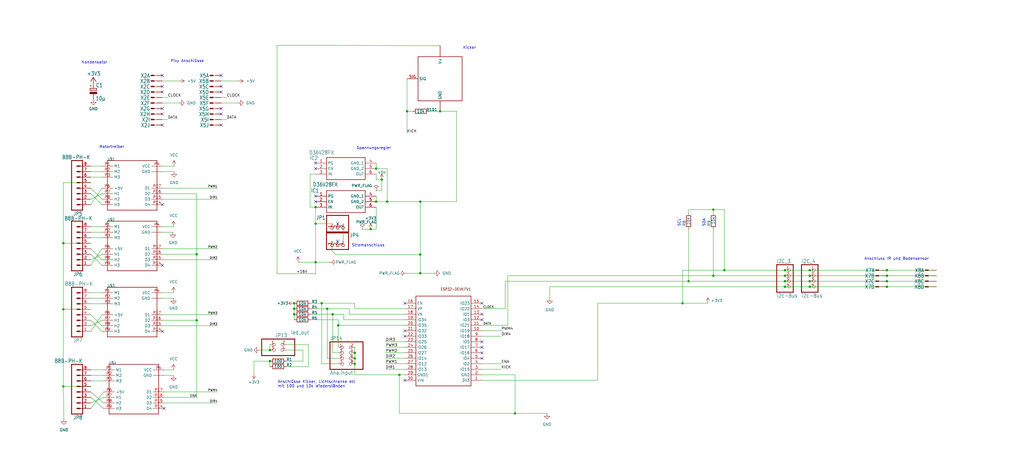
<source format=kicad_sch>
(kicad_sch (version 20230121) (generator eeschema)
  (paper "User" 472.161 217.195)
  (lib_symbols
    (symbol "24/2_1"
      (property "Reference" "U$4" (at -10.16 10.16 0))
      (symbol "24/2_1_1_0"
        (pin bidirectional line (at -12.7 7.62 0) (length 5.08) (name "M1") (number "P1"))
        (pin bidirectional line (at 15.24 -10.16 180) (length 5.08) (name "D4") (number "P14"))
        (pin bidirectional line (at 15.24 -7.62 180) (length 5.08) (name "D3") (number "P15"))
        (pin bidirectional line (at 15.24 -5.08 180) (length 5.08) (name "D2") (number "P16"))
        (pin bidirectional line (at 15.24 -2.54 180) (length 5.08) (name "D1") (number "P17"))
        (pin bidirectional line (at -12.7 5.08 0) (length 5.08) (name "M2") (number "P2"))
        (pin bidirectional line (at -12.7 2.54 0) (length 5.08) (name "M3") (number "P3"))
        (pin input line (at 15.24 7.62 180) (length 5.08) (name "VCC") (number "P4"))
        (pin input line (at 15.24 5.08 180) (length 5.08) (name "GND") (number "P5"))
        (pin bidirectional line (at -12.7 -2.54 0) (length 5.08) (name "+5V") (number "P6"))
        (pin bidirectional line (at -12.7 -5.08 0) (length 5.08) (name "H1") (number "P7"))
        (pin bidirectional line (at -12.7 -7.62 0) (length 5.08) (name "H2") (number "P8"))
        (pin bidirectional line (at -12.7 -10.16 0) (length 5.08) (name "H3") (number "P9"))
      )
    )
    (symbol "24/2_2"
      (property "Reference" "U$3" (at -10.16 10.16 0))
      (symbol "24/2_2_1_0"
        (pin bidirectional line (at -12.7 7.62 0) (length 5.08) (name "M1") (number "P1"))
        (pin bidirectional line (at 15.24 -10.16 180) (length 5.08) (name "D4") (number "P14"))
        (pin bidirectional line (at 15.24 -7.62 180) (length 5.08) (name "D3") (number "P15"))
        (pin bidirectional line (at 15.24 -5.08 180) (length 5.08) (name "D2") (number "P16"))
        (pin bidirectional line (at 15.24 -2.54 180) (length 5.08) (name "D1") (number "P17"))
        (pin bidirectional line (at -12.7 5.08 0) (length 5.08) (name "M2") (number "P2"))
        (pin bidirectional line (at -12.7 2.54 0) (length 5.08) (name "M3") (number "P3"))
        (pin input line (at 15.24 7.62 180) (length 5.08) (name "VCC") (number "P4"))
        (pin input line (at 15.24 5.08 180) (length 5.08) (name "GND") (number "P5"))
        (pin bidirectional line (at -12.7 -2.54 0) (length 5.08) (name "+5V") (number "P6"))
        (pin bidirectional line (at -12.7 -5.08 0) (length 5.08) (name "H1") (number "P7"))
        (pin bidirectional line (at -12.7 -7.62 0) (length 5.08) (name "H2") (number "P8"))
        (pin bidirectional line (at -12.7 -10.16 0) (length 5.08) (name "H3") (number "P9"))
      )
    )
    (symbol "24/2_3"
      (property "Reference" "U$2" (at -10.16 10.16 0))
      (symbol "24/2_3_1_0"
        (pin bidirectional line (at -12.7 7.62 0) (length 5.08) (name "M1") (number "P1"))
        (pin bidirectional line (at 15.24 -10.16 180) (length 5.08) (name "D4") (number "P14"))
        (pin bidirectional line (at 15.24 -7.62 180) (length 5.08) (name "D3") (number "P15"))
        (pin bidirectional line (at 15.24 -5.08 180) (length 5.08) (name "D2") (number "P16"))
        (pin bidirectional line (at 15.24 -2.54 180) (length 5.08) (name "D1") (number "P17"))
        (pin bidirectional line (at -12.7 5.08 0) (length 5.08) (name "M2") (number "P2"))
        (pin bidirectional line (at -12.7 2.54 0) (length 5.08) (name "M3") (number "P3"))
        (pin input line (at 15.24 7.62 180) (length 5.08) (name "VCC") (number "P4"))
        (pin input line (at 15.24 5.08 180) (length 5.08) (name "GND") (number "P5"))
        (pin bidirectional line (at -12.7 -2.54 0) (length 5.08) (name "+5V") (number "P6"))
        (pin bidirectional line (at -12.7 -5.08 0) (length 5.08) (name "H1") (number "P7"))
        (pin bidirectional line (at -12.7 -7.62 0) (length 5.08) (name "H2") (number "P8"))
        (pin bidirectional line (at -12.7 -10.16 0) (length 5.08) (name "H3") (number "P9"))
      )
    )
    (symbol "D36V28FX_1"
      (property "Reference" "IC2" (at -2.794 2.286 0))
      (property "Value" "D36V28FX" (at -3.048 4.826 0))
      (symbol "D36V28FX_1_1_0"
        (pin bidirectional line (at 0 0 0) (length 5.08) (name "PG") (number "1"))
        (pin bidirectional line (at 0 -2.54 0) (length 5.08) (name "EN") (number "2"))
        (pin input line (at 0 -5.08 0) (length 5.08) (name "IN") (number "3"))
        (pin input line (at 27.94 0 180) (length 5.08) (name "GND_1") (number "4"))
        (pin input line (at 27.94 -2.54 180) (length 5.08) (name "GND_2") (number "5"))
        (pin passive line (at 27.94 -5.08 180) (length 5.08) (name "OUT") (number "6"))
      )
    )
    (symbol "Device:R" (pin_numbers hide) (pin_names (offset 0))
      (property "Reference" "R" (at 2.032 0 90))
      (property "Value" "R" (at 0 0 90))
      (symbol "R_1_1"
        (pin passive line (at 0 3.81 270) (length 1.27) (name "~") (number "1"))
        (pin passive line (at 0 -3.81 90) (length 1.27) (name "~") (number "2"))
      )
    )
    (symbol "GND_1" (power) (pin_names (offset 0))
      (property "Value" "GND_1" (at 0 -3.81 0))
      (symbol "GND_1_1_1"
        (pin power_in line (at 0 0 270) (length 0) hide (name "GND") (number "1"))
      )
    )
    (symbol "Lightweight_2022_04-eagle-import:+3V3" (power)
      (property "Value" "+3V3" (at -2.54 -5.08 90))
      (symbol "+3V3_1_0"
        (pin power_in line (at 0 -2.54 90) (length 2.54) (name "+3V3") (number "1"))
      )
    )
    (symbol "Lightweight_2022_04-eagle-import:CPOL-EUE2,5-6E"
      (property "Reference" "C" (at 1.143 0.4826 0))
      (property "Value" "CPOL-EUE2,5-6E" (at 1.143 -4.5974 0))
      (symbol "CPOL-EUE2,5-6E_1_0"
        (text "+" (at -0.5842 0.4064 900) (effects (font (size 1.27 1.0795)) (justify left bottom)))
        (pin passive line (at 0 2.54 270) (length 2.54) (name "+") (number "+"))
        (pin passive line (at 0 -5.08 90) (length 2.54) (name "-") (number "-"))
      )
    )
    (symbol "Lightweight_2022_04-eagle-import:D36V28FX"
      (property "Reference" "IC1" (at -2.286 2.54 0))
      (property "Value" "D36V28FX" (at -1.27 5.334 0))
      (symbol "D36V28FX_1_0"
        (pin bidirectional line (at 0 0 0) (length 5.08) (name "PG") (number "1"))
        (pin bidirectional line (at 0 -2.54 0) (length 5.08) (name "EN") (number "2"))
        (pin input line (at 0 -5.08 0) (length 5.08) (name "IN") (number "3"))
        (pin input line (at 27.94 0 180) (length 5.08) (name "GND_1") (number "4"))
        (pin input line (at 27.94 -2.54 180) (length 5.08) (name "GND_2") (number "5"))
        (pin passive line (at 27.94 -5.08 180) (length 5.08) (name "OUT") (number "6"))
      )
    )
    (symbol "Lightweight_2022_04-eagle-import:ESP32DEVKITV1"
      (symbol "ESP32DEVKITV1_1_0"
        (text "ESP32-DEVKITV1" (at 18.4 -12.7 900) (effects (font (size 1.27 1.0795)) (justify left bottom)))
        (pin input line (at -22.86 -17.78 90) (length 5.08) (name "3V3") (number "1"))
        (pin output line (at 0 -17.78 90) (length 5.08) (name "IO19") (number "10"))
        (pin bidirectional line (at 2.54 -17.78 90) (length 5.08) (name "IO21") (number "11"))
        (pin bidirectional line (at 5.08 -17.78 90) (length 5.08) (name "IO3") (number "12"))
        (pin bidirectional line (at 7.62 -17.78 90) (length 5.08) (name "IO1") (number "13"))
        (pin bidirectional line (at 10.16 -17.78 90) (length 5.08) (name "IO22") (number "14"))
        (pin bidirectional line (at 12.7 -17.78 90) (length 5.08) (name "IO23") (number "15"))
        (pin bidirectional line (at 12.7 17.78 270) (length 5.08) (name "EN") (number "16"))
        (pin bidirectional line (at 10.16 17.78 270) (length 5.08) (name "VP") (number "17"))
        (pin bidirectional line (at 7.62 17.78 270) (length 5.08) (name "VN") (number "18"))
        (pin bidirectional line (at 5.08 17.78 270) (length 5.08) (name "IO34") (number "19"))
        (pin input line (at -20.32 -17.78 90) (length 5.08) (name "GND") (number "2"))
        (pin bidirectional line (at 2.54 17.78 270) (length 5.08) (name "IO35") (number "20"))
        (pin bidirectional line (at 0 17.78 270) (length 5.08) (name "IO32") (number "21"))
        (pin bidirectional line (at -2.54 17.78 270) (length 5.08) (name "IO33") (number "22"))
        (pin output line (at -5.08 17.78 270) (length 5.08) (name "IO25") (number "23"))
        (pin output line (at -7.62 17.78 270) (length 5.08) (name "IO26") (number "24"))
        (pin output line (at -10.16 17.78 270) (length 5.08) (name "IO27") (number "25"))
        (pin output line (at -12.7 17.78 270) (length 5.08) (name "IO14") (number "26"))
        (pin output line (at -15.24 17.78 270) (length 5.08) (name "IO12") (number "27"))
        (pin output line (at -17.78 17.78 270) (length 5.08) (name "IO13") (number "28"))
        (pin input line (at -20.32 17.78 270) (length 5.08) (name "GND1") (number "29"))
        (pin output line (at -17.78 -17.78 90) (length 5.08) (name "IO15") (number "3"))
        (pin bidirectional line (at -22.86 17.78 270) (length 5.08) (name "VIN") (number "30"))
        (pin bidirectional line (at -15.24 -17.78 90) (length 5.08) (name "IO2") (number "4"))
        (pin bidirectional line (at -12.7 -17.78 90) (length 5.08) (name "IO4") (number "5"))
        (pin bidirectional line (at -10.16 -17.78 90) (length 5.08) (name "IO16") (number "6"))
        (pin bidirectional line (at -7.62 -17.78 90) (length 5.08) (name "IO17") (number "7"))
        (pin bidirectional line (at -5.08 -17.78 90) (length 5.08) (name "IO5") (number "8"))
        (pin output line (at -2.54 -17.78 90) (length 5.08) (name "IO18") (number "9"))
      )
    )
    (symbol "Lightweight_2022_04-eagle-import:KICKER"
      (symbol "KICKER_1_0"
        (pin input line (at 0 -15.24 90) (length 5.08) (name "GND") (number "GND8"))
        (pin input line (at -15.24 0 0) (length 5.08) (name "SIG") (number "SIG"))
        (pin input line (at 0 15.24 270) (length 5.08) (name "V+") (number "V+3"))
      )
    )
    (symbol "Lightweight_2022_04-eagle-import:MICROMATCH-10"
      (property "Reference" "X" (at -0.508 0.889 0))
      (symbol "MICROMATCH-10_1_0"
        (pin passive line (at 5.08 0 180) (length 2.54) (name "S") (number "1"))
      )
      (symbol "MICROMATCH-10_2_0"
        (pin passive line (at 5.08 0 180) (length 2.54) (name "S") (number "2"))
      )
      (symbol "MICROMATCH-10_3_0"
        (pin passive line (at 5.08 0 180) (length 2.54) (name "S") (number "3"))
      )
      (symbol "MICROMATCH-10_4_0"
        (pin passive line (at 5.08 0 180) (length 2.54) (name "S") (number "4"))
      )
      (symbol "MICROMATCH-10_5_0"
        (pin passive line (at 5.08 0 180) (length 2.54) (name "S") (number "5"))
      )
      (symbol "MICROMATCH-10_6_0"
        (pin passive line (at 5.08 0 180) (length 2.54) (name "S") (number "6"))
      )
      (symbol "MICROMATCH-10_7_0"
        (pin passive line (at 5.08 0 180) (length 2.54) (name "S") (number "7"))
      )
      (symbol "MICROMATCH-10_8_0"
        (pin passive line (at 5.08 0 180) (length 2.54) (name "S") (number "8"))
      )
      (symbol "MICROMATCH-10_9_0"
        (pin passive line (at 5.08 0 180) (length 2.54) (name "S") (number "9"))
      )
      (symbol "MICROMATCH-10_10_0"
        (pin passive line (at 5.08 0 180) (length 2.54) (name "S") (number "10"))
      )
    )
    (symbol "Lightweight_2022_04-eagle-import:MICROMATCH-4"
      (property "Reference" "X" (at -0.508 0.889 0))
      (symbol "MICROMATCH-4_1_0"
        (pin passive line (at 5.08 0 180) (length 2.54) (name "S") (number "1"))
      )
      (symbol "MICROMATCH-4_2_0"
        (pin passive line (at 5.08 0 180) (length 2.54) (name "S") (number "2"))
      )
      (symbol "MICROMATCH-4_3_0"
        (pin passive line (at 5.08 0 180) (length 2.54) (name "S") (number "3"))
      )
      (symbol "MICROMATCH-4_4_0"
        (pin passive line (at 5.08 0 180) (length 2.54) (name "S") (number "4"))
      )
    )
    (symbol "Lightweight_2022_04-eagle-import:PINHD-1X3"
      (property "Reference" "JP" (at -6.35 5.715 0))
      (property "Value" "PINHD-1X3" (at -6.35 -7.62 0))
      (symbol "PINHD-1X3_1_0"
        (pin passive inverted (at -2.54 2.54 0) (length 2.54) (name "1") (number "1"))
        (pin passive inverted (at -2.54 0 0) (length 2.54) (name "2") (number "2"))
        (pin passive inverted (at -2.54 -2.54 0) (length 2.54) (name "3") (number "3"))
      )
    )
    (symbol "Lightweight_2022_04-eagle-import:PINHD-1X4"
      (property "Reference" "JP" (at -6.35 8.255 0))
      (property "Value" "PINHD-1X4" (at -6.35 -7.62 0))
      (symbol "PINHD-1X4_1_0"
        (pin passive inverted (at -2.54 5.08 0) (length 2.54) (name "1") (number "1"))
        (pin passive inverted (at -2.54 2.54 0) (length 2.54) (name "2") (number "2"))
        (pin passive inverted (at -2.54 0 0) (length 2.54) (name "3") (number "3"))
        (pin passive inverted (at -2.54 -2.54 0) (length 2.54) (name "4") (number "4"))
      )
    )
    (symbol "Lightweight_2022_04-eagle-import:PINHD-2X2"
      (property "Reference" "JP" (at -8.89 5.715 0))
      (property "Value" "PINHD-2X2" (at -8.89 -5.08 0))
      (symbol "PINHD-2X2_1_0"
        (pin passive inverted (at -5.08 2.54 0) (length 2.54) (name "1") (number "1"))
        (pin passive inverted (at 2.54 2.54 180) (length 2.54) (name "2") (number "2"))
        (pin passive inverted (at -5.08 0 0) (length 2.54) (name "3") (number "3"))
        (pin passive inverted (at 2.54 0 180) (length 2.54) (name "4") (number "4"))
      )
    )
    (symbol "Lightweight_2022_04-eagle-import:PINHD-2X4"
      (property "Reference" "JP" (at -6.35 8.255 0))
      (property "Value" "PINHD-2X4" (at -6.35 -7.62 0))
      (symbol "PINHD-2X4_1_0"
        (pin passive inverted (at -2.54 5.08 0) (length 2.54) (name "1") (number "1"))
        (pin passive inverted (at 5.08 5.08 180) (length 2.54) (name "2") (number "2"))
        (pin passive inverted (at -2.54 2.54 0) (length 2.54) (name "3") (number "3"))
        (pin passive inverted (at 5.08 2.54 180) (length 2.54) (name "4") (number "4"))
        (pin passive inverted (at -2.54 0 0) (length 2.54) (name "5") (number "5"))
        (pin passive inverted (at 5.08 0 180) (length 2.54) (name "6") (number "6"))
        (pin passive inverted (at -2.54 -2.54 0) (length 2.54) (name "7") (number "7"))
        (pin passive inverted (at 5.08 -2.54 180) (length 2.54) (name "8") (number "8"))
      )
    )
    (symbol "PWR_FLAG_1" (power) (pin_numbers hide) (pin_names (offset 0) hide)
      (property "Value" "PWR_FLAG_1" (at 0 3.81 0))
      (symbol "PWR_FLAG_1_0_0"
        (pin power_out line (at 0 0 90) (length 0) (name "pwr") (number "1"))
      )
    )
    (symbol "PWR_FLAG_3" (power) (pin_numbers hide) (pin_names (offset 0) hide)
      (property "Value" "PWR_FLAG_3" (at 0 3.81 0))
      (symbol "PWR_FLAG_3_0_0"
        (pin power_out line (at 0 0 90) (length 0) (name "pwr") (number "1"))
      )
    )
    (symbol "power:+3V3" (power) (pin_names (offset 0))
      (property "Value" "+3V3" (at 0 3.556 0))
      (symbol "+3V3_1_1"
        (pin power_in line (at 0 0 90) (length 0) hide (name "+3V3") (number "1"))
      )
    )
    (symbol "power:+5V" (power) (pin_names (offset 0))
      (property "Value" "+5V" (at 0 3.556 0))
      (symbol "+5V_1_1"
        (pin power_in line (at 0 0 90) (length 0) hide (name "+5V") (number "1"))
      )
    )
    (symbol "power:GND" (power) (pin_names (offset 0))
      (property "Value" "GND" (at 0 -3.81 0))
      (symbol "GND_1_1"
        (pin power_in line (at 0 0 270) (length 0) hide (name "GND") (number "1"))
      )
    )
    (symbol "power:PWR_FLAG" (power) (pin_numbers hide) (pin_names (offset 0) hide)
      (property "Value" "PWR_FLAG" (at 0 3.81 0))
      (symbol "PWR_FLAG_0_0"
        (pin power_out line (at 0 0 90) (length 0) (name "pwr") (number "1"))
      )
    )
    (symbol "power:VCC" (power) (pin_names (offset 0))
      (property "Value" "VCC" (at 0 3.81 0))
      (symbol "VCC_1_1"
        (pin power_in line (at 0 0 90) (length 0) hide (name "VCC") (number "1"))
      )
    )
    (symbol "test-eagle-import:24/2"
      (property "Reference" "U$1" (at -10.16 10.16 0))
      (symbol "24/2_1_0"
        (pin bidirectional line (at -12.7 7.62 0) (length 5.08) (name "M1") (number "P1"))
        (pin bidirectional line (at 15.24 -10.16 180) (length 5.08) (name "D4") (number "P14"))
        (pin bidirectional line (at 15.24 -7.62 180) (length 5.08) (name "D3") (number "P15"))
        (pin bidirectional line (at 15.24 -5.08 180) (length 5.08) (name "D2") (number "P16"))
        (pin bidirectional line (at 15.24 -2.54 180) (length 5.08) (name "D1") (number "P17"))
        (pin bidirectional line (at -12.7 5.08 0) (length 5.08) (name "M2") (number "P2"))
        (pin bidirectional line (at -12.7 2.54 0) (length 5.08) (name "M3") (number "P3"))
        (pin input line (at 15.24 7.62 180) (length 5.08) (name "VCC") (number "P4"))
        (pin input line (at 15.24 5.08 180) (length 5.08) (name "GND") (number "P5"))
        (pin bidirectional line (at -12.7 -2.54 0) (length 5.08) (name "+5V") (number "P6"))
        (pin bidirectional line (at -12.7 -5.08 0) (length 5.08) (name "H1") (number "P7"))
        (pin bidirectional line (at -12.7 -7.62 0) (length 5.08) (name "H2") (number "P8"))
        (pin bidirectional line (at -12.7 -10.16 0) (length 5.08) (name "H3") (number "P9"))
      )
    )
    (symbol "test-eagle-import:B8B-PH-K"
      (property "Reference" "P" (at -1.27 13.335 0))
      (property "Value" "B8B-PH-K" (at -1.27 -12.7 0))
      (symbol "B8B-PH-K_1_0"
        (pin passive line (at -5.08 10.16 0) (length 5.08) (name "1") (number "1"))
        (pin passive line (at -5.08 7.62 0) (length 5.08) (name "2") (number "2"))
        (pin passive line (at -5.08 5.08 0) (length 5.08) (name "3") (number "3"))
        (pin passive line (at -5.08 2.54 0) (length 5.08) (name "4") (number "4"))
        (pin passive line (at -5.08 0 0) (length 5.08) (name "5") (number "5"))
        (pin passive line (at -5.08 -2.54 0) (length 5.08) (name "6") (number "6"))
        (pin passive line (at -5.08 -5.08 0) (length 5.08) (name "7") (number "7"))
        (pin passive line (at -5.08 -7.62 0) (length 5.08) (name "8") (number "8"))
      )
    )
  )
  (junction (at 163.576 167.767))
  (junction (at 135.636 139.827))
  (junction (at 237.49 190.627))
  (junction (at 90.678 147.701))
  (junction (at 29.21 178.181))
  (junction (at 173.4566 77.724))
  (junction (at 90.678 117.221))
  (junction (at 163.576 162.687))
  (junction (at 361.95 129.667))
  (junction (at 135.636 142.367))
  (junction (at 148.336 139.827))
  (junction (at 170.9166 105.664))
  (junction (at 29.21 112.141))
  (junction (at 150.876 142.367))
  (junction (at 124.46 166.497))
  (junction (at 317.5 129.667))
  (junction (at 202.9206 51.308))
  (junction (at 328.93 96.647))
  (junction (at 29.21 142.621))
  (junction (at 314.706 139.827))
  (junction (at 184.15 172.847))
  (junction (at 373.38 127.127))
  (junction (at 408.94 132.207))
  (junction (at 373.38 124.587))
  (junction (at 155.956 149.987))
  (junction (at 163.576 165.227))
  (junction (at 135.636 144.907))
  (junction (at 361.95 132.207))
  (junction (at 193.7766 125.984))
  (junction (at 145.5166 95.504))
  (junction (at 361.95 127.127))
  (junction (at 178.5366 92.964))
  (junction (at 145.5166 103.124))
  (junction (at 408.94 124.587))
  (junction (at 373.38 129.667))
  (junction (at 193.7766 92.964))
  (junction (at 187.6806 51.308))
  (junction (at 145.5166 120.904))
  (junction (at 173.4566 92.964))
  (junction (at 193.7766 117.3734))
  (junction (at 373.38 132.207))
  (junction (at 361.95 124.587))
  (junction (at 175.9966 82.804))
  (junction (at 328.93 127.127))
  (junction (at 408.94 129.667))
  (junction (at 124.46 161.417))
  (junction (at 334.01 124.587))
  (junction (at 153.416 144.907))
  (junction (at 408.94 127.127))
  (no_connect (at 74.803 52.578))
  (no_connect (at 74.803 39.878))
  (no_connect (at 74.803 42.418))
  (no_connect (at 222.25 139.827))
  (no_connect (at 74.803 57.658))
  (no_connect (at 74.93 152.781))
  (no_connect (at 75.692 188.341))
  (no_connect (at 74.93 94.361))
  (no_connect (at 74.93 122.301))
  (no_connect (at 222.25 147.447))
  (no_connect (at 186.69 152.527))
  (no_connect (at 74.803 50.038))
  (no_connect (at 222.25 165.227))
  (no_connect (at 145.5166 77.724))
  (no_connect (at 145.5166 75.184))
  (no_connect (at 145.5166 92.964))
  (no_connect (at 145.5166 90.424))
  (no_connect (at 155.6766 103.124))
  (no_connect (at 101.981 42.418))
  (no_connect (at 101.981 50.038))
  (no_connect (at 101.981 52.578))
  (no_connect (at 101.981 57.658))
  (no_connect (at 101.981 34.798))
  (no_connect (at 101.981 39.878))
  (no_connect (at 222.25 162.687))
  (no_connect (at 186.69 175.387))
  (no_connect (at 222.25 160.147))
  (no_connect (at 186.69 139.827))
  (no_connect (at 186.69 155.067))
  (no_connect (at 74.803 34.798))
  (no_connect (at 155.6258 111.2012))
  (no_connect (at 222.25 144.907))
  (no_connect (at 222.25 157.607))
  (wire (pts (xy 75.692 180.721) (xy 100.33 180.721)))
  (wire (pts (xy 178.5366 77.724) (xy 178.5366 92.964)))
  (wire (pts (xy 135.636 139.827) (xy 135.636 142.367)))
  (wire (pts (xy 317.5 96.647) (xy 317.5 98.171)))
  (wire (pts (xy 145.5166 103.124) (xy 145.5166 95.504)))
  (wire (pts (xy 74.93 76.581) (xy 80.264 76.581)))
  (wire (pts (xy 187.6806 51.308) (xy 187.6806 61.468)))
  (wire (pts (xy 170.9166 105.664) (xy 173.4566 105.664)))
  (wire (pts (xy 74.93 79.121) (xy 80.264 79.121)))
  (wire (pts (xy 74.803 37.338) (xy 82.423 37.338)))
  (wire (pts (xy 143.256 142.367) (xy 150.876 142.367)))
  (wire (pts (xy 232.918 129.667) (xy 317.5 129.667)))
  (wire (pts (xy 101.981 44.958) (xy 104.521 44.958)))
  (wire (pts (xy 155.956 162.687) (xy 153.416 162.687)))
  (wire (pts (xy 161.036 144.907) (xy 161.036 142.367)))
  (wire (pts (xy 74.803 47.498) (xy 82.423 47.498)))
  (wire (pts (xy 148.336 167.767) (xy 148.336 139.827)))
  (wire (pts (xy 139.7 166.497) (xy 139.7 161.417)))
  (wire (pts (xy 314.706 124.587) (xy 334.01 124.587)))
  (wire (pts (xy 222.25 149.987) (xy 234.188 149.987)))
  (wire (pts (xy 163.576 167.767) (xy 163.576 172.847)))
  (wire (pts (xy 163.576 142.367) (xy 163.576 139.827)))
  (wire (pts (xy 328.93 127.127) (xy 361.95 127.127)))
  (wire (pts (xy 187.6806 36.322) (xy 187.6806 51.308)))
  (wire (pts (xy 222.25 175.387) (xy 275.59 175.387)))
  (wire (pts (xy 163.576 162.687) (xy 163.576 165.227)))
  (wire (pts (xy 101.981 47.498) (xy 109.601 47.498)))
  (wire (pts (xy 41.91 173.101) (xy 47.752 173.101)))
  (wire (pts (xy 173.4566 75.184) (xy 173.4566 77.724)))
  (wire (pts (xy 154.7114 117.3734) (xy 193.7766 117.3734)))
  (wire (pts (xy 175.9966 82.804) (xy 173.4566 82.804)))
  (wire (pts (xy 408.94 124.587) (xy 431.8 124.587)))
  (wire (pts (xy 74.803 55.118) (xy 77.343 55.118)))
  (wire (pts (xy 74.93 91.821) (xy 100.33 91.821)))
  (wire (pts (xy 29.21 112.141) (xy 29.21 84.201)))
  (wire (pts (xy 253.492 132.207) (xy 253.492 137.541)))
  (wire (pts (xy 132.08 169.037) (xy 142.24 169.037)))
  (wire (pts (xy 202.9206 21.082) (xy 127.7366 20.828)))
  (wire (pts (xy 46.99 86.741) (xy 41.91 94.361)))
  (wire (pts (xy 222.25 170.307) (xy 231.14 170.307)))
  (wire (pts (xy 184.15 190.627) (xy 237.49 190.627)))
  (wire (pts (xy 155.956 147.447) (xy 155.956 149.987)))
  (wire (pts (xy 314.706 139.827) (xy 326.39 139.827)))
  (wire (pts (xy 177.8 170.307) (xy 186.69 170.307)))
  (wire (pts (xy 145.5166 120.904) (xy 145.5166 126.238)))
  (wire (pts (xy 334.01 96.647) (xy 334.01 124.587)))
  (wire (pts (xy 74.93 86.741) (xy 100.33 86.741)))
  (wire (pts (xy 163.576 139.827) (xy 148.336 139.827)))
  (wire (pts (xy 75.692 185.801) (xy 100.33 185.801)))
  (wire (pts (xy 328.93 105.791) (xy 328.93 127.127)))
  (wire (pts (xy 142.24 158.877) (xy 132.08 158.877)))
  (wire (pts (xy 75.692 183.261) (xy 90.678 183.261)))
  (wire (pts (xy 186.69 147.447) (xy 158.496 147.447)))
  (wire (pts (xy 186.69 144.907) (xy 161.036 144.907)))
  (wire (pts (xy 173.4566 90.424) (xy 173.4566 92.964)))
  (wire (pts (xy 150.876 165.227) (xy 150.876 142.367)))
  (wire (pts (xy 234.188 127.127) (xy 234.188 149.987)))
  (wire (pts (xy 74.93 114.681) (xy 100.33 114.681)))
  (wire (pts (xy 124.46 161.417) (xy 124.46 158.877)))
  (wire (pts (xy 74.93 89.281) (xy 90.678 89.281)))
  (wire (pts (xy 41.91 119.761) (xy 46.99 117.221)))
  (wire (pts (xy 163.576 165.227) (xy 163.576 167.767)))
  (wire (pts (xy 41.91 114.681) (xy 46.99 119.761)))
  (wire (pts (xy 158.2166 103.124) (xy 158.2166 111.1504)))
  (wire (pts (xy 158.496 144.907) (xy 153.416 144.907)))
  (wire (pts (xy 373.38 124.587) (xy 408.94 124.587)))
  (wire (pts (xy 41.91 185.801) (xy 47.752 183.261)))
  (wire (pts (xy 361.95 127.127) (xy 373.38 127.127)))
  (wire (pts (xy 361.95 129.667) (xy 373.38 129.667)))
  (wire (pts (xy 101.981 37.338) (xy 109.601 37.338)))
  (wire (pts (xy 175.9966 87.884) (xy 175.9966 82.804)))
  (wire (pts (xy 163.576 172.847) (xy 184.15 172.847)))
  (wire (pts (xy 74.93 135.001) (xy 80.01 135.001)))
  (wire (pts (xy 275.59 139.827) (xy 314.706 139.827)))
  (wire (pts (xy 137.3886 120.904) (xy 145.5166 120.904)))
  (wire (pts (xy 90.678 89.281) (xy 90.678 117.221)))
  (wire (pts (xy 41.91 135.001) (xy 46.99 135.001)))
  (wire (pts (xy 155.956 165.227) (xy 150.876 165.227)))
  (wire (pts (xy 155.956 167.767) (xy 148.336 167.767)))
  (wire (pts (xy 142.9766 80.264) (xy 145.5166 80.264)))
  (wire (pts (xy 161.036 142.367) (xy 150.876 142.367)))
  (wire (pts (xy 373.38 127.127) (xy 408.94 127.127)))
  (wire (pts (xy 135.636 144.907) (xy 135.636 147.447)))
  (wire (pts (xy 41.91 79.121) (xy 46.99 79.121)))
  (wire (pts (xy 373.38 129.667) (xy 408.94 129.667)))
  (wire (pts (xy 328.93 96.647) (xy 328.93 98.171)))
  (wire (pts (xy 90.678 117.221) (xy 90.678 147.701)))
  (wire (pts (xy 361.95 124.587) (xy 373.38 124.587)))
  (wire (pts (xy 41.91 180.721) (xy 47.752 185.801)))
  (wire (pts (xy 132.08 166.497) (xy 139.7 166.497)))
  (wire (pts (xy 153.416 162.687) (xy 153.416 144.907)))
  (wire (pts (xy 41.91 183.261) (xy 47.752 188.341)))
  (wire (pts (xy 145.5166 95.504) (xy 142.9766 95.504)))
  (wire (pts (xy 79.756 107.061) (xy 74.93 107.061)))
  (wire (pts (xy 41.91 109.601) (xy 46.99 109.601)))
  (wire (pts (xy 186.69 142.367) (xy 163.576 142.367)))
  (wire (pts (xy 163.576 160.147) (xy 163.576 162.687)))
  (wire (pts (xy 275.59 139.827) (xy 275.59 175.387)))
  (wire (pts (xy 135.636 142.367) (xy 135.636 144.907)))
  (wire (pts (xy 74.93 150.241) (xy 100.33 150.241)))
  (wire (pts (xy 101.981 55.118) (xy 104.521 55.118)))
  (wire (pts (xy 74.93 147.701) (xy 90.678 147.701)))
  (wire (pts (xy 210.5406 92.964) (xy 193.7766 92.964)))
  (wire (pts (xy 173.4566 105.664) (xy 173.4566 95.504)))
  (wire (pts (xy 373.38 132.207) (xy 408.94 132.207)))
  (wire (pts (xy 41.91 178.181) (xy 29.21 178.181)))
  (wire (pts (xy 317.5 96.647) (xy 328.93 96.647)))
  (wire (pts (xy 153.1366 103.124) (xy 145.5166 103.124)))
  (wire (pts (xy 117.094 166.497) (xy 124.46 166.497)))
  (wire (pts (xy 202.9206 51.562) (xy 202.9206 51.308)))
  (wire (pts (xy 167.1066 105.664) (xy 170.9166 105.664)))
  (wire (pts (xy 41.91 147.701) (xy 46.99 152.781)))
  (wire (pts (xy 41.91 170.561) (xy 47.752 170.561)))
  (wire (pts (xy 74.93 117.221) (xy 90.678 117.221)))
  (wire (pts (xy 41.91 104.521) (xy 46.99 104.521)))
  (wire (pts (xy 47.752 180.721) (xy 41.91 188.341)))
  (wire (pts (xy 153.0858 115.6208) (xy 154.7114 117.3734)))
  (wire (pts (xy 143.256 144.907) (xy 153.416 144.907)))
  (wire (pts (xy 158.2166 111.1504) (xy 158.1658 111.2012)))
  (wire (pts (xy 186.69 172.847) (xy 184.15 172.847)))
  (wire (pts (xy 75.692 170.561) (xy 80.01 170.561)))
  (wire (pts (xy 173.4566 82.804) (xy 173.4566 80.264)))
  (wire (pts (xy 29.21 142.621) (xy 29.21 178.181)))
  (wire (pts (xy 124.46 161.417) (xy 119.634 161.417)))
  (wire (pts (xy 29.21 142.621) (xy 29.21 112.141)))
  (wire (pts (xy 200.1266 125.984) (xy 193.7766 125.984)))
  (wire (pts (xy 29.464 193.167) (xy 29.21 178.181)))
  (wire (pts (xy 177.8 157.607) (xy 186.69 157.607)))
  (wire (pts (xy 74.93 104.521) (xy 80.01 104.521)))
  (wire (pts (xy 41.91 89.281) (xy 46.99 94.361)))
  (wire (pts (xy 237.49 172.847) (xy 237.49 190.627)))
  (wire (pts (xy 158.496 147.447) (xy 158.496 144.907)))
  (wire (pts (xy 193.7766 92.964) (xy 193.7766 117.3734)))
  (wire (pts (xy 41.91 76.581) (xy 46.99 76.581)))
  (wire (pts (xy 222.25 155.067) (xy 231.14 155.067)))
  (wire (pts (xy 173.4566 87.884) (xy 175.9966 87.884)))
  (wire (pts (xy 145.5166 103.124) (xy 145.5166 120.904)))
  (wire (pts (xy 74.93 119.761) (xy 100.33 119.761)))
  (wire (pts (xy 190.2206 51.308) (xy 187.6806 51.308)))
  (wire (pts (xy 222.25 172.847) (xy 237.49 172.847)))
  (wire (pts (xy 361.95 132.207) (xy 373.38 132.207)))
  (wire (pts (xy 197.8406 51.308) (xy 202.9206 51.308)))
  (wire (pts (xy 142.9766 95.504) (xy 142.9766 80.264)))
  (wire (pts (xy 155.956 149.987) (xy 155.956 160.147)))
  (wire (pts (xy 41.91 112.141) (xy 29.21 112.141)))
  (wire (pts (xy 234.188 127.127) (xy 328.93 127.127)))
  (wire (pts (xy 153.0858 111.2012) (xy 153.0858 115.6208)))
  (wire (pts (xy 314.706 124.587) (xy 314.706 139.827)))
  (wire (pts (xy 124.46 166.497) (xy 124.46 169.037)))
  (wire (pts (xy 252.222 190.627) (xy 237.49 190.627)))
  (wire (pts (xy 143.256 139.827) (xy 148.336 139.827)))
  (wire (pts (xy 202.9206 51.308) (xy 210.5406 51.308)))
  (wire (pts (xy 139.7 161.417) (xy 132.08 161.417)))
  (wire (pts (xy 177.8 162.687) (xy 186.69 162.687)))
  (wire (pts (xy 184.15 172.847) (xy 184.15 190.627)))
  (wire (pts (xy 177.8 165.227) (xy 186.69 165.227)))
  (wire (pts (xy 187.4266 125.984) (xy 193.7766 125.984)))
  (wire (pts (xy 46.99 145.161) (xy 41.91 152.781)))
  (wire (pts (xy 173.4566 92.964) (xy 178.5366 92.964)))
  (wire (pts (xy 41.91 140.081) (xy 46.99 140.081)))
  (wire (pts (xy 328.93 96.647) (xy 334.01 96.647)))
  (wire (pts (xy 127.7366 20.828) (xy 127.7366 126.238)))
  (wire (pts (xy 75.692 173.101) (xy 80.01 173.101)))
  (wire (pts (xy 41.91 117.221) (xy 46.99 122.301)))
  (wire (pts (xy 41.91 107.061) (xy 46.99 107.061)))
  (wire (pts (xy 177.8 160.147) (xy 186.69 160.147)))
  (wire (pts (xy 222.25 142.367) (xy 232.918 142.367)))
  (wire (pts (xy 231.14 167.767) (xy 222.25 167.767)))
  (wire (pts (xy 41.91 91.821) (xy 46.99 89.281)))
  (wire (pts (xy 41.91 86.741) (xy 46.99 91.821)))
  (wire (pts (xy 74.803 44.958) (xy 77.343 44.958)))
  (wire (pts (xy 222.25 152.527) (xy 231.14 152.527)))
  (wire (pts (xy 41.91 145.161) (xy 46.99 150.241)))
  (wire (pts (xy 408.94 127.127) (xy 431.8 127.127)))
  (wire (pts (xy 193.7766 117.3734) (xy 193.7766 125.984)))
  (wire (pts (xy 178.5366 92.964) (xy 193.7766 92.964)))
  (wire (pts (xy 41.91 142.621) (xy 29.21 142.621)))
  (wire (pts (xy 143.256 147.447) (xy 155.956 147.447)))
  (wire (pts (xy 74.93 137.541) (xy 80.01 137.541)))
  (wire (pts (xy 173.4566 77.724) (xy 178.5366 77.724)))
  (wire (pts (xy 408.94 132.207) (xy 431.8 132.207)))
  (wire (pts (xy 41.91 137.541) (xy 46.99 137.541)))
  (wire (pts (xy 145.5166 120.904) (xy 151.8666 120.904)))
  (wire (pts (xy 317.5 129.667) (xy 361.95 129.667)))
  (wire (pts (xy 90.678 147.701) (xy 90.678 183.261)))
  (wire (pts (xy 41.91 81.661) (xy 46.99 81.661)))
  (wire (pts (xy 186.69 149.987) (xy 155.956 149.987)))
  (wire (pts (xy 232.918 129.667) (xy 232.918 142.367)))
  (wire (pts (xy 317.5 105.791) (xy 317.5 129.667)))
  (wire (pts (xy 253.492 132.207) (xy 361.95 132.207)))
  (wire (pts (xy 46.99 114.681) (xy 41.91 122.301)))
  (wire (pts (xy 41.91 84.201) (xy 29.21 84.201)))
  (wire (pts (xy 177.8 167.767) (xy 186.69 167.767)))
  (wire (pts (xy 74.93 145.161) (xy 100.33 145.161)))
  (wire (pts (xy 117.094 172.085) (xy 117.094 166.497)))
  (wire (pts (xy 41.91 175.641) (xy 47.752 175.641)))
  (wire (pts (xy 210.5406 51.308) (xy 210.5406 92.964)))
  (wire (pts (xy 408.94 129.667) (xy 431.8 129.667)))
  (wire (pts (xy 127.7366 126.238) (xy 145.5166 126.238)))
  (wire (pts (xy 41.91 150.241) (xy 46.99 147.701)))
  (wire (pts (xy 334.01 124.587) (xy 361.95 124.587)))
  (wire (pts (xy 142.24 169.037) (xy 142.24 158.877)))
  (text "Pixy Anschlüsse " (at 78.613 28.956 0) (effects (font (size 1.27 1.27)) (justify left bottom)))
  (text "Spannungsregler" (at 164.338 69.088 0) (effects (font (size 1.27 1.27)) (justify left bottom)))
  (text "Kondensator" (at 37.592 29.591 0) (effects (font (size 1.27 1.27)) (justify left bottom)))
  (text "SCL\n" (at 313.944 104.521 90) (effects (font (size 1.27 1.27)) (justify left bottom)))
  (text "Anschlüsse Kicker, Lichtschranke etc \nmit 100 und 10k Wiederständen" (at 128.016 178.943 0) (effects (font (size 1.27 1.27)) (justify left bottom)))
  (text "SDA" (at 325.374 104.521 90) (effects (font (size 1.27 1.27)) (justify left bottom)))
  (text "Stromanschluss" (at 162.179 113.919 0) (effects (font (size 1.27 1.27)) (justify left bottom)))
  (text "Anschluss IR und Bodensensor" (at 398.526 120.142 0) (effects (font (size 1.27 1.27)) (justify left bottom)))
  (text "Motortreiber" (at 45.72 68.58 0) (effects (font (size 1.27 1.27)) (justify left bottom)))
  (text "Kicker" (at 213.487 22.86 0) (effects (font (size 1.27 1.27)) (justify left bottom)))
  (label "DIR3" (at 100.33 150.241 180) (effects (font (size 1.016 1.016))))
  (label "DIR1" (at 177.8 170.307 0) (effects (font (size 1.2446 1.2446))))
  (label "KICK" (at 187.6806 61.468 0) (effects (font (size 1.2446 1.2446))))
  (label "CLOCK" (at 227.838 142.367 180) (effects (font (size 1.016 1.016))))
  (label "PWM1" (at 100.33 86.741 180) (effects (font (size 1.016 1.016))))
  (label "PWM4" (at 231.14 152.527 0) (effects (font (size 1.2446 1.2446))))
  (label "DATA" (at 77.343 55.118 0) (effects (font (size 1.2446 1.2446))))
  (label "KICK" (at 231.14 170.307 0) (effects (font (size 1.2446 1.2446))))
  (label "PWM1" (at 177.8 167.767 0) (effects (font (size 1.2446 1.2446))))
  (label "+16V" (at 136.6266 126.238 0) (effects (font (size 1.2446 1.2446))))
  (label "PWM3" (at 100.33 145.161 180) (effects (font (size 1.016 1.016))))
  (label "ENA" (at 90.678 183.261 180) (effects (font (size 1.016 1.016))))
  (label "DIR2" (at 177.8 165.227 0) (effects (font (size 1.2446 1.2446))))
  (label "PWM2" (at 100.33 114.681 180) (effects (font (size 1.016 1.016))))
  (label "DATA" (at 226.568 149.987 180) (effects (font (size 1.016 1.016))))
  (label "DIR1" (at 100.33 91.821 180) (effects (font (size 1.016 1.016))))
  (label "PWM2" (at 177.8 162.687 0) (effects (font (size 1.2446 1.2446))))
  (label "DIR4" (at 231.14 155.067 0) (effects (font (size 1.2446 1.2446))))
  (label "DIR2" (at 100.33 119.761 180) (effects (font (size 1.016 1.016))))
  (label "PWM4" (at 100.33 180.721 180) (effects (font (size 1.016 1.016))))
  (label "CLOCK" (at 77.343 44.958 0) (effects (font (size 1.2446 1.2446))))
  (label "PWM3" (at 177.8 160.147 0) (effects (font (size 1.2446 1.2446))))
  (label "ENA" (at 231.14 167.767 0) (effects (font (size 1.2446 1.2446))))
  (label "DIR3" (at 177.8 157.607 0) (effects (font (size 1.2446 1.2446))))
  (label "DATA" (at 104.521 55.118 0) (effects (font (size 1.2446 1.2446))))
  (label "DIR4" (at 100.33 185.801 180) (effects (font (size 1.016 1.016))))
  (label "CLOCK" (at 104.521 44.958 0) (effects (font (size 1.2446 1.2446))))
  (symbol (lib_id "power:VCC") (at 80.01 170.561 0) (unit 1)
    (property "Reference" "#PWR05" (effects hide))
    (property "Value" "VCC" (at 80.01 165.481 0))
  )
  (symbol (lib_id "power:+5V") (at 175.9966 82.804 0) (unit 1)
    (property "Reference" "#PWR0122" (effects hide))
    (property "Value" "+5V" (at 175.9966 79.502 0))
  )
  (symbol (lib_id "Lightweight_2022_04-eagle-import:MICROMATCH-10") (at 69.723 42.418 0) (unit 4)
    (property "Reference" "X2" (at 69.215 41.529 0) (effects (font (size 1.778 1.5113)) (justify right top)))
    (property "Value" "MICROMATCH-10" (effects hide))
    (property "Footprint" "Library:MICROMATCH-10_Pixy" (effects hide))
  )
  (symbol (lib_id "Lightweight_2022_04-eagle-import:PINHD-1X3") (at 155.6258 113.7412 270) (unit 1)
    (property "Reference" "JP4" (at 161.2138 109.4232 90) (effects (font (size 1.778 1.5113)) (justify left bottom)))
    (property "Value" "Buchse" (effects hide))
    (property "Footprint" "Library:1X03_8V" (effects hide))
  )
  (symbol (lib_id "Lightweight_2022_04-eagle-import:MICROMATCH-10") (at 69.723 47.498 0) (unit 6)
    (property "Reference" "X2" (at 69.215 46.609 0) (effects (font (size 1.778 1.5113)) (justify right top)))
    (property "Value" "MICROMATCH-10" (effects hide))
    (property "Footprint" "Library:MICROMATCH-10_Pixy" (effects hide))
  )
  (symbol (lib_id "Lightweight_2022_04-eagle-import:PINHD-1X3") (at 155.6766 105.664 90) (mirror x) (unit 1)
    (property "Reference" "JP1" (at 150.0886 101.346 90) (effects (font (size 1.778 1.5113)) (justify left bottom)))
    (property "Value" "Buchse" (effects hide))
    (property "Footprint" "Library:1X03_8V" (effects hide))
  )
  (symbol (lib_id "Device:R") (at 128.27 166.497 90) (unit 1)
    (property "Reference" "R1" (at 133.35 165.735 90))
    (property "Value" "100" (at 128.27 166.497 90))
    (property "Footprint" "Library:0207_10_R" (effects hide))
  )
  (symbol (lib_id "Lightweight_2022_04-eagle-import:MICROMATCH-10") (at 96.901 42.418 0) (unit 4)
    (property "Reference" "X5" (at 96.393 41.529 0) (effects (font (size 1.778 1.5113)) (justify right top)))
    (property "Value" "MICROMATCH-10" (effects hide))
    (property "Footprint" "Library:MICROMATCH-10_Pixy" (effects hide))
  )
  (symbol (lib_id "Device:R") (at 328.93 101.981 0) (unit 1)
    (property "Reference" "R9" (at 326.898 104.267 90) (effects (justify left)))
    (property "Value" "10k" (at 328.93 103.505 90) (effects (justify left)))
    (property "Footprint" "Library:0207_10_R" (effects hide))
  )
  (symbol (lib_id "Lightweight_2022_04-eagle-import:PINHD-2X2") (at 129.54 161.417 0) (unit 1)
    (property "Reference" "JP13" (at 126.746 155.575 0) (effects (font (size 1.778 1.5113)) (justify left bottom)))
    (property "Value" "led_out" (at 134.112 154.305 0) (effects (font (size 1.778 1.5113)) (justify left bottom)))
    (property "Footprint" "Library:2X02_LS" (effects hide))
  )
  (symbol (lib_id "power:GND") (at 82.423 47.498 90) (unit 1)
    (property "Reference" "#PWR08" (effects hide))
    (property "Value" "GND" (at 86.233 47.498 90) (effects (justify right)))
  )
  (symbol (lib_id "Lightweight_2022_04-eagle-import:MICROMATCH-10") (at 96.901 37.338 0) (unit 2)
    (property "Reference" "X5" (at 96.393 36.449 0) (effects (font (size 1.778 1.5113)) (justify right top)))
    (property "Value" "MICROMATCH-10" (effects hide))
    (property "Footprint" "Library:MICROMATCH-10_Pixy" (effects hide))
  )
  (symbol (lib_id "Lightweight_2022_04-eagle-import:MICROMATCH-10") (at 96.901 50.038 0) (unit 7)
    (property "Reference" "X5" (at 96.393 49.149 0) (effects (font (size 1.778 1.5113)) (justify right top)))
    (property "Value" "MICROMATCH-10" (effects hide))
    (property "Footprint" "Library:MICROMATCH-10_Pixy" (effects hide))
  )
  (symbol (lib_name "D36V28FX_1") (lib_id "Lightweight_2022_04-eagle-import:D36V28FX") (at 145.5166 75.184 0) (unit 1)
    (property "Reference" "IC2" (at 142.7226 72.898 0) (effects (font (size 1.778 1.5113)) (justify left)))
    (property "Value" "D36V28FX" (at 142.4686 70.358 0) (effects (font (size 1.778 1.5113)) (justify left)))
    (property "Footprint" "Library:D36V28FX_5V" (effects hide))
  )
  (symbol (lib_id "Lightweight_2022_04-eagle-import:MICROMATCH-4") (at 403.86 129.667 0) (unit 3)
    (property "Reference" "X7" (at 403.352 128.778 0) (effects (font (size 1.778 1.5113)) (justify right top)))
    (property "Value" "MICROMATCH-4" (effects hide))
    (property "Footprint" "Library:MICROMATCH-4_IR" (effects hide))
  )
  (symbol (lib_id "test-eagle-import:B8B-PH-K") (at 36.83 112.141 180) (unit 1)
    (property "Reference" "JP6" (at 38.1 125.476 0) (effects (font (size 1.778 1.5113)) (justify left bottom)))
    (property "Value" "B8B-PH-K" (at 42.672 99.695 0) (effects (font (size 1.778 1.5113)) (justify left bottom)))
    (property "Footprint" "Library:B8B-PH-K_MS" (effects hide))
  )
  (symbol (lib_id "Device:R") (at 194.0306 51.308 90) (unit 1)
    (property "Reference" "R101" (at 199.1106 50.546 90))
    (property "Value" "10k" (at 194.0306 51.308 90))
    (property "Footprint" "Library:0207_10_R" (effects hide))
  )
  (symbol (lib_id "Lightweight_2022_04-eagle-import:MICROMATCH-4") (at 403.86 124.587 0) (unit 1)
    (property "Reference" "X7" (at 403.352 123.698 0) (effects (font (size 1.778 1.5113)) (justify right top)))
    (property "Value" "MICROMATCH-4" (effects hide))
    (property "Footprint" "Library:MICROMATCH-4_IR" (effects hide))
  )
  (symbol (lib_id "power:+5V") (at 82.423 37.338 270) (unit 1)
    (property "Reference" "#PWR07" (effects hide))
    (property "Value" "+5V" (at 86.233 37.338 90) (effects (justify left)))
  )
  (symbol (lib_id "power:VCC") (at 80.264 76.581 0) (unit 1)
    (property "Reference" "#PWR02" (effects hide))
    (property "Value" "VCC" (at 80.264 71.501 0))
  )
  (symbol (lib_id "Lightweight_2022_04-eagle-import:PINHD-1X4") (at 375.92 129.667 0) (unit 1)
    (property "Reference" "I2C_4" (at 369.57 121.412 0) (effects (font (size 1.778 1.5113)) (justify left bottom)))
    (property "Value" "i2c-Bus" (at 369.57 137.287 0) (effects (font (size 1.778 1.5113)) (justify left bottom)))
    (property "Footprint" "Library:1X04" (effects hide))
  )
  (symbol (lib_id "Lightweight_2022_04-eagle-import:PINHD-1X4") (at 364.49 129.667 0) (unit 1)
    (property "Reference" "I2C_3" (at 358.14 121.412 0) (effects (font (size 1.778 1.5113)) (justify left bottom)))
    (property "Value" "i2c-Bus" (at 358.14 137.287 0) (effects (font (size 1.778 1.5113)) (justify left bottom)))
    (property "Footprint" "Library:1X04" (effects hide))
  )
  (symbol (lib_id "power:VCC") (at 80.01 135.001 0) (unit 1)
    (property "Reference" "#PWR04" (effects hide))
    (property "Value" "VCC" (at 80.01 129.921 0))
  )
  (symbol (lib_id "Lightweight_2022_04-eagle-import:MICROMATCH-10") (at 69.723 55.118 0) (unit 9)
    (property "Reference" "X2" (at 69.215 54.229 0) (effects (font (size 1.778 1.5113)) (justify right top)))
    (property "Value" "MICROMATCH-10" (effects hide))
    (property "Footprint" "Library:MICROMATCH-10_Pixy" (effects hide))
  )
  (symbol (lib_name "PWR_FLAG_1") (lib_id "power:PWR_FLAG") (at 187.4266 125.984 90) (unit 1)
    (property "Reference" "#FLG0103" (effects hide))
    (property "Value" "PWR_FLAG" (at 179.5526 125.984 90))
  )
  (symbol (lib_name "24/2_1") (lib_id "test-eagle-import:24/2") (at 60.452 178.181 0) (unit 1)
    (property "Reference" "U$4" (at 50.292 168.021 0) (effects (font (size 1.27 1.0795)) (justify left bottom)))
    (property "Value" "24/2" (effects hide))
    (property "Footprint" "Library:24_2_MT" (effects hide))
  )
  (symbol (lib_id "power:GND") (at 79.756 107.061 0) (unit 1)
    (property "Reference" "#PWR0105" (effects hide))
    (property "Value" "GND" (at 79.756 111.887 0))
  )
  (symbol (lib_id "Lightweight_2022_04-eagle-import:MICROMATCH-10") (at 96.901 44.958 0) (unit 5)
    (property "Reference" "X5" (at 96.393 44.069 0) (effects (font (size 1.778 1.5113)) (justify right top)))
    (property "Value" "MICROMATCH-10" (effects hide))
    (property "Footprint" "Library:MICROMATCH-10_Pixy" (effects hide))
  )
  (symbol (lib_name "24/2_3") (lib_id "test-eagle-import:24/2") (at 59.69 112.141 0) (unit 1)
    (property "Reference" "U$2" (at 49.53 101.981 0) (effects (font (size 1.27 1.0795)) (justify left bottom)))
    (property "Value" "24/2" (effects hide))
    (property "Footprint" "Library:24_2_MT" (effects hide))
  )
  (symbol (lib_id "Lightweight_2022_04-eagle-import:MICROMATCH-10") (at 69.723 37.338 0) (unit 2)
    (property "Reference" "X2" (at 69.215 36.449 0) (effects (font (size 1.778 1.5113)) (justify right top)))
    (property "Value" "MICROMATCH-10" (effects hide))
    (property "Footprint" "Library:MICROMATCH-10_Pixy" (effects hide))
  )
  (symbol (lib_name "PWR_FLAG_3") (lib_id "power:PWR_FLAG") (at 151.8666 120.904 270) (unit 1)
    (property "Reference" "#FLG0101" (effects hide))
    (property "Value" "PWR_FLAG" (at 159.4866 120.904 90))
  )
  (symbol (lib_id "Lightweight_2022_04-eagle-import:MICROMATCH-10") (at 96.901 57.658 0) (unit 10)
    (property "Reference" "X5" (at 96.393 56.769 0) (effects (font (size 1.778 1.5113)) (justify right top)))
    (property "Value" "MICROMATCH-10" (effects hide))
    (property "Footprint" "Library:MICROMATCH-10_Pixy" (effects hide))
  )
  (symbol (lib_id "power:GND") (at 80.264 79.121 0) (unit 1)
    (property "Reference" "#PWR0102" (effects hide))
    (property "Value" "GND" (at 80.264 84.201 0))
  )
  (symbol (lib_id "power:GND") (at 119.634 161.417 270) (unit 1)
    (property "Reference" "#PWR041" (effects hide))
    (property "Value" "GND" (at 114.554 161.417 90))
  )
  (symbol (lib_id "power:GND") (at 109.601 47.498 90) (unit 1)
    (property "Reference" "#PWR0109" (effects hide))
    (property "Value" "GND" (at 113.411 47.498 90) (effects (justify right)))
  )
  (symbol (lib_id "power:GND") (at 252.222 190.627 0) (unit 1)
    (property "Reference" "#PWR047" (effects hide))
    (property "Value" "GND" (at 252.222 195.707 0))
  )
  (symbol (lib_id "power:VCC") (at 137.3886 120.904 0) (unit 1)
    (property "Reference" "#PWR016" (effects hide))
    (property "Value" "VCC" (at 137.3886 115.824 0))
  )
  (symbol (lib_id "Device:R") (at 128.27 169.037 90) (unit 1)
    (property "Reference" "R2" (at 133.35 168.275 90))
    (property "Value" "100" (at 128.27 169.037 90))
    (property "Footprint" "Library:0207_10_R" (effects hide))
  )
  (symbol (lib_id "power:GND") (at 43.053 45.847 0) (unit 1)
    (property "Reference" "#PWR0111" (effects hide))
    (property "Value" "GND" (at 43.053 50.165 0))
  )
  (symbol (lib_id "Lightweight_2022_04-eagle-import:MICROMATCH-4") (at 426.72 124.587 0) (unit 1)
    (property "Reference" "X8" (at 426.212 123.698 0) (effects (font (size 1.778 1.5113)) (justify right top)))
    (property "Value" "MICROMATCH-4" (effects hide))
    (property "Footprint" "Library:MICROMATCH-4_IR" (effects hide))
  )
  (symbol (lib_id "Device:R") (at 139.446 142.367 90) (unit 1)
    (property "Reference" "R4" (at 145.034 141.605 90))
    (property "Value" "10k" (at 139.446 142.367 90))
    (property "Footprint" "Library:0207_10_R" (effects hide))
  )
  (symbol (lib_id "Lightweight_2022_04-eagle-import:D36V28FX") (at 145.5166 90.424 0) (unit 1)
    (property "Reference" "IC1" (at 143.2306 87.884 0) (effects (font (size 1.778 1.5113)) (justify left)))
    (property "Value" "D36V28FX" (at 144.2466 85.09 0) (effects (font (size 1.778 1.5113)) (justify left)))
    (property "Footprint" "Library:D36V28FX_3v" (effects hide))
  )
  (symbol (lib_id "Lightweight_2022_04-eagle-import:MICROMATCH-4") (at 426.72 129.667 0) (unit 3)
    (property "Reference" "X8" (at 426.212 128.778 0) (effects (font (size 1.778 1.5113)) (justify right top)))
    (property "Value" "MICROMATCH-4" (effects hide))
    (property "Footprint" "Library:MICROMATCH-4_IR" (effects hide))
  )
  (symbol (lib_id "test-eagle-import:24/2") (at 59.69 84.201 0) (unit 1)
    (property "Reference" "U$1" (at 49.53 74.041 0) (effects (font (size 1.27 1.0795)) (justify left bottom)))
    (property "Value" "24/2" (effects hide))
    (property "Footprint" "Library:24_2_MT" (effects hide))
  )
  (symbol (lib_id "power:+3V3") (at 170.9166 105.664 0) (unit 1)
    (property "Reference" "#PWR0114" (effects hide))
    (property "Value" "+3V3" (at 170.9166 100.584 0))
  )
  (symbol (lib_id "Device:R") (at 139.446 147.447 90) (unit 1)
    (property "Reference" "R6" (at 145.034 146.685 90))
    (property "Value" "10k" (at 139.446 147.447 90))
    (property "Footprint" "Library:0207_10_R" (effects hide))
  )
  (symbol (lib_id "power:PWR_FLAG") (at 173.4566 87.884 0) (unit 1)
    (property "Reference" "#FLG0105" (effects hide))
    (property "Value" "PWR_FLAG" (at 166.8526 85.598 0))
  )
  (symbol (lib_id "Lightweight_2022_04-eagle-import:MICROMATCH-10") (at 69.723 39.878 0) (unit 3)
    (property "Reference" "X2" (at 69.215 38.989 0) (effects (font (size 1.778 1.5113)) (justify right top)))
    (property "Value" "MICROMATCH-10" (effects hide))
    (property "Footprint" "Library:MICROMATCH-10_Pixy" (effects hide))
  )
  (symbol (lib_id "Lightweight_2022_04-eagle-import:MICROMATCH-10") (at 69.723 44.958 0) (unit 5)
    (property "Reference" "X2" (at 69.215 44.069 0) (effects (font (size 1.778 1.5113)) (justify right top)))
    (property "Value" "MICROMATCH-10" (effects hide))
    (property "Footprint" "Library:MICROMATCH-10_Pixy" (effects hide))
  )
  (symbol (lib_id "Lightweight_2022_04-eagle-import:MICROMATCH-10") (at 96.901 39.878 0) (unit 3)
    (property "Reference" "X5" (at 96.393 38.989 0) (effects (font (size 1.778 1.5113)) (justify right top)))
    (property "Value" "MICROMATCH-10" (effects hide))
    (property "Footprint" "Library:MICROMATCH-10_Pixy" (effects hide))
  )
  (symbol (lib_id "power:+3V3") (at 117.094 172.085 180) (unit 1)
    (property "Reference" "#PWR040" (effects hide))
    (property "Value" "+3V3" (at 117.094 176.149 0))
  )
  (symbol (lib_name "24/2_2") (lib_id "test-eagle-import:24/2") (at 59.69 142.621 0) (unit 1)
    (property "Reference" "U$3" (at 49.53 132.461 0) (effects (font (size 1.27 1.0795)) (justify left bottom)))
    (property "Value" "24/2" (effects hide))
    (property "Footprint" "Library:24_2_MT" (effects hide))
  )
  (symbol (lib_id "Lightweight_2022_04-eagle-import:MICROMATCH-4") (at 426.72 127.127 0) (unit 2)
    (property "Reference" "X8" (at 426.212 126.238 0) (effects (font (size 1.778 1.5113)) (justify right top)))
    (property "Value" "MICROMATCH-4" (effects hide))
    (property "Footprint" "Library:MICROMATCH-4_IR" (effects hide))
  )
  (symbol (lib_id "Lightweight_2022_04-eagle-import:MICROMATCH-10") (at 69.723 52.578 0) (unit 8)
    (property "Reference" "X2" (at 69.215 51.689 0) (effects (font (size 1.778 1.5113)) (justify right top)))
    (property "Value" "MICROMATCH-10" (effects hide))
    (property "Footprint" "Library:MICROMATCH-10_Pixy" (effects hide))
  )
  (symbol (lib_id "test-eagle-import:B8B-PH-K") (at 36.83 84.201 180) (unit 1)
    (property "Reference" "JP5" (at 38.1 97.536 0) (effects (font (size 1.778 1.5113)) (justify left bottom)))
    (property "Value" "B8B-PH-K" (at 41.656 71.501 0) (effects (font (size 1.778 1.5113)) (justify left bottom)))
    (property "Footprint" "Library:B8B-PH-K_MS" (effects hide))
  )
  (symbol (lib_id "Lightweight_2022_04-eagle-import:CPOL-EUE2,5-6E") (at 43.053 40.767 0) (unit 1)
    (property "Reference" "C1" (at 44.196 40.2844 0) (effects (font (size 1.778 1.5113)) (justify left bottom)))
    (property "Value" "10µ" (at 44.069 46.355 0) (effects (font (size 1.778 1.5113)) (justify left bottom)))
    (property "Footprint" "Library:E2,5-6E" (effects hide))
  )
  (symbol (lib_id "power:GND") (at 29.464 193.167 0) (unit 1)
    (property "Reference" "#PWR01" (effects hide))
    (property "Value" "GND" (at 29.464 198.247 0))
  )
  (symbol (lib_id "test-eagle-import:B8B-PH-K") (at 36.83 178.181 180) (unit 1)
    (property "Reference" "JP8" (at 38.1 191.516 0) (effects (font (size 1.778 1.5113)) (justify left bottom)))
    (property "Value" "B8B-PH-K" (at 38.1 165.481 0) (effects (font (size 1.778 1.5113)) (justify left bottom)))
    (property "Footprint" "Library:B8B-PH-K_MS" (effects hide))
  )
  (symbol (lib_id "Lightweight_2022_04-eagle-import:MICROMATCH-4") (at 426.72 132.207 0) (unit 4)
    (property "Reference" "X8" (at 426.212 131.318 0) (effects (font (size 1.778 1.5113)) (justify right top)))
    (property "Value" "MICROMATCH-4" (effects hide))
    (property "Footprint" "Library:MICROMATCH-4_IR" (effects hide))
  )
  (symbol (lib_id "Lightweight_2022_04-eagle-import:ESP32DEVKITV1") (at 204.47 152.527 90) (unit 1)
    (property "Reference" "U$9" (effects hide))
    (property "Value" "ESP32DEVKITV1" (effects hide))
    (property "Footprint" "Library:ESP32-DEVKITV1" (effects hide))
  )
  (symbol (lib_id "Lightweight_2022_04-eagle-import:KICKER") (at 202.9206 36.322 0) (unit 1)
    (property "Reference" "U$17" (effects hide))
    (property "Value" "KICKER" (effects hide))
    (property "Footprint" "Library:KICKER" (effects hide))
  )
  (symbol (lib_id "Lightweight_2022_04-eagle-import:PINHD-2X4") (at 158.496 165.227 0) (unit 1)
    (property "Reference" "JP14" (at 152.146 156.972 0) (effects (font (size 1.778 1.5113)) (justify left bottom)))
    (property "Value" "Ana.input" (at 152.146 172.847 0) (effects (font (size 1.778 1.5113)) (justify left bottom)))
    (property "Footprint" "Library:2X04_aP" (effects hide))
  )
  (symbol (lib_id "Lightweight_2022_04-eagle-import:MICROMATCH-4") (at 403.86 132.207 0) (unit 4)
    (property "Reference" "X7" (at 403.352 131.318 0) (effects (font (size 1.778 1.5113)) (justify right top)))
    (property "Value" "MICROMATCH-4" (effects hide))
    (property "Footprint" "Library:MICROMATCH-4_IR" (effects hide))
  )
  (symbol (lib_id "Device:R") (at 317.5 101.981 0) (unit 1)
    (property "Reference" "R8" (at 315.468 104.267 90) (effects (justify left)))
    (property "Value" "10K" (at 317.5 103.759 90) (effects (justify left)))
    (property "Footprint" "Library:0207_10_R" (effects hide))
  )
  (symbol (lib_id "Device:R") (at 139.446 144.907 90) (unit 1)
    (property "Reference" "R5" (at 145.034 144.145 90))
    (property "Value" "10k" (at 139.446 144.907 90))
    (property "Footprint" "Library:0207_10_R" (effects hide))
  )
  (symbol (lib_id "Lightweight_2022_04-eagle-import:MICROMATCH-4") (at 403.86 127.127 0) (unit 2)
    (property "Reference" "X7" (at 403.352 126.238 0) (effects (font (size 1.778 1.5113)) (justify right top)))
    (property "Value" "MICROMATCH-4" (effects hide))
    (property "Footprint" "Library:MICROMATCH-4_IR" (effects hide))
  )
  (symbol (lib_id "power:VCC") (at 80.01 104.521 0) (unit 1)
    (property "Reference" "#PWR03" (effects hide))
    (property "Value" "VCC" (at 80.01 99.441 0))
  )
  (symbol (lib_id "Lightweight_2022_04-eagle-import:MICROMATCH-10") (at 69.723 50.038 0) (unit 7)
    (property "Reference" "X2" (at 69.215 49.149 0) (effects (font (size 1.778 1.5113)) (justify right top)))
    (property "Value" "MICROMATCH-10" (effects hide))
    (property "Footprint" "Library:MICROMATCH-10_Pixy" (effects hide))
  )
  (symbol (lib_id "power:GND") (at 80.01 137.541 0) (unit 1)
    (property "Reference" "#PWR0103" (effects hide))
    (property "Value" "GND" (at 80.01 142.113 0))
  )
  (symbol (lib_id "Lightweight_2022_04-eagle-import:MICROMATCH-10") (at 69.723 57.658 0) (unit 10)
    (property "Reference" "X2" (at 69.215 56.769 0) (effects (font (size 1.778 1.5113)) (justify right top)))
    (property "Value" "MICROMATCH-10" (effects hide))
    (property "Footprint" "Library:MICROMATCH-10_Pixy" (effects hide))
  )
  (symbol (lib_id "power:+3V3") (at 135.636 139.827 90) (unit 1)
    (property "Reference" "#PWR042" (effects hide))
    (property "Value" "+3V3" (at 130.302 139.827 90))
  )
  (symbol (lib_id "Lightweight_2022_04-eagle-import:MICROMATCH-10") (at 96.901 47.498 0) (unit 6)
    (property "Reference" "X5" (at 96.393 46.609 0) (effects (font (size 1.778 1.5113)) (justify right top)))
    (property "Value" "MICROMATCH-10" (effects hide))
    (property "Footprint" "Library:MICROMATCH-10_Pixy" (effects hide))
  )
  (symbol (lib_id "power:GND") (at 253.492 137.541 0) (unit 1)
    (property "Reference" "#PWR048" (effects hide))
    (property "Value" "GND" (at 253.492 142.875 0))
  )
  (symbol (lib_id "Device:R") (at 139.446 139.827 90) (unit 1)
    (property "Reference" "R3" (at 145.034 139.065 90))
    (property "Value" "10k" (at 139.446 139.827 90))
    (property "Footprint" "Library:0207_10_R" (effects hide))
  )
  (symbol (lib_id "power:+5V") (at 109.601 37.338 270) (unit 1)
    (property "Reference" "#PWR0117" (effects hide))
    (property "Value" "+5V" (at 113.411 37.338 90) (effects (justify left)))
  )
  (symbol (lib_id "power:+3V3") (at 326.39 139.827 0) (unit 1)
    (property "Reference" "#PWR049" (effects hide))
    (property "Value" "+3V3" (at 330.454 138.557 0))
  )
  (symbol (lib_id "power:PWR_FLAG") (at 167.1066 105.664 0) (unit 1)
    (property "Reference" "#FLG0102" (effects hide))
    (property "Value" "PWR_FLAG" (at 168.8846 102.362 0))
  )
  (symbol (lib_id "Lightweight_2022_04-eagle-import:+3V3") (at 43.053 35.687 0) (unit 1)
    (property "Reference" "#+3V01" (effects hide))
    (property "Value" "+3V3" (at 40.005 34.925 0) (effects (font (size 1.778 1.5113)) (justify left bottom)))
    (property "Footprint" "Lightweight_2022_04:" (effects hide))
  )
  (symbol (lib_id "test-eagle-import:B8B-PH-K") (at 36.83 142.621 180) (unit 1)
    (property "Reference" "JP7" (at 38.1 155.956 0) (effects (font (size 1.778 1.5113)) (justify left bottom)))
    (property "Value" "B8B-PH-K" (at 42.926 129.921 0) (effects (font (size 1.778 1.5113)) (justify left bottom)))
    (property "Footprint" "Library:B8B-PH-K_MS" (effects hide))
  )
  (symbol (lib_id "Lightweight_2022_04-eagle-import:MICROMATCH-10") (at 69.723 34.798 0) (unit 1)
    (property "Reference" "X2" (at 69.215 33.909 0) (effects (font (size 1.778 1.5113)) (justify right top)))
    (property "Value" "MICROMATCH-10" (effects hide))
    (property "Footprint" "Library:MICROMATCH-10_Pixy" (effects hide))
  )
  (symbol (lib_name "GND_1") (lib_id "power:GND") (at 200.1266 125.984 90) (unit 1)
    (property "Reference" "#PWR0101" (effects hide))
    (property "Value" "GND" (at 203.9366 125.984 90) (effects (justify right)))
  )
  (symbol (lib_id "Lightweight_2022_04-eagle-import:MICROMATCH-10") (at 96.901 52.578 0) (unit 8)
    (property "Reference" "X5" (at 96.393 51.689 0) (effects (font (size 1.778 1.5113)) (justify right top)))
    (property "Value" "MICROMATCH-10" (effects hide))
    (property "Footprint" "Library:MICROMATCH-10_Pixy" (effects hide))
  )
  (symbol (lib_id "Lightweight_2022_04-eagle-import:MICROMATCH-10") (at 96.901 34.798 0) (unit 1)
    (property "Reference" "X5" (at 96.393 33.909 0) (effects (font (size 1.778 1.5113)) (justify right top)))
    (property "Value" "MICROMATCH-10" (effects hide))
    (property "Footprint" "Library:MICROMATCH-10_Pixy" (effects hide))
  )
  (symbol (lib_id "Lightweight_2022_04-eagle-import:MICROMATCH-10") (at 96.901 55.118 0) (unit 9)
    (property "Reference" "X5" (at 96.393 54.229 0) (effects (font (size 1.778 1.5113)) (justify right top)))
    (property "Value" "MICROMATCH-10" (effects hide))
    (property "Footprint" "Library:MICROMATCH-10_Pixy" (effects hide))
  )
  (symbol (lib_id "power:GND") (at 80.01 173.101 0) (unit 1)
    (property "Reference" "#PWR0104" (effects hide))
    (property "Value" "GND" (at 80.01 178.435 0))
  )
)
</source>
